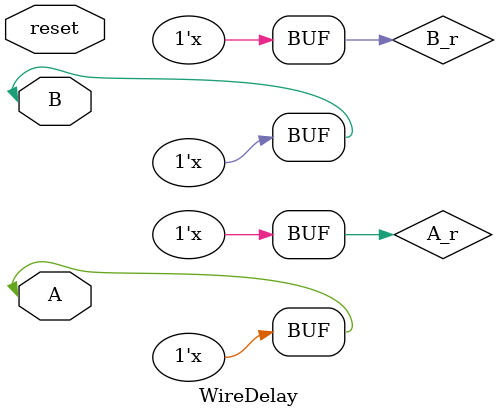
<source format=v>


`timescale 1ns / 100ps

module WireDelay # (
  parameter Delay_g = 0,
  parameter Delay_rd = 0
)
(
  inout A,
  inout B,
  input reset
);  

  reg A_r;
  reg B_r;
  reg line_en;

  assign A = A_r;
  assign B = B_r;

  always @(*) begin
    if (!reset) begin
      A_r <= 1'bz;
      B_r <= 1'bz;
      line_en <= 1'b0;
    end else begin 
      if (line_en) begin
        A_r <= #Delay_rd B;
	B_r <= 1'bz;
      end else begin
        B_r <= #Delay_g A;
	A_r <= 1'bz;
      end
    end
  end

  always @(A or B) begin
    if (!reset) begin
      line_en <= 1'b0;
    end else if (A !== A_r) begin
      line_en <= 1'b0;
    end else if (B_r !== B) begin
      line_en <= 1'b1;
    end else begin
      line_en <= line_en;
    end
  end
endmodule

</source>
